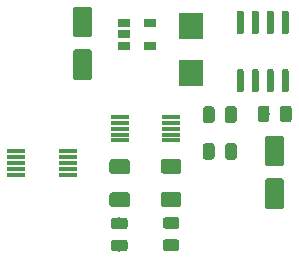
<source format=gbr>
G04 #@! TF.GenerationSoftware,KiCad,Pcbnew,(5.1.4-0-10_14)*
G04 #@! TF.CreationDate,2019-11-02T18:26:44-07:00*
G04 #@! TF.ProjectId,SoftButtonBoardMux555,536f6674-4275-4747-946f-6e426f617264,rev?*
G04 #@! TF.SameCoordinates,Original*
G04 #@! TF.FileFunction,Paste,Top*
G04 #@! TF.FilePolarity,Positive*
%FSLAX46Y46*%
G04 Gerber Fmt 4.6, Leading zero omitted, Abs format (unit mm)*
G04 Created by KiCad (PCBNEW (5.1.4-0-10_14)) date 2019-11-02 18:26:44*
%MOMM*%
%LPD*%
G04 APERTURE LIST*
%ADD10R,1.498600X0.330200*%
%ADD11C,0.100000*%
%ADD12C,0.975000*%
%ADD13C,1.600000*%
%ADD14C,0.600000*%
%ADD15R,2.098396X2.260397*%
%ADD16C,1.250000*%
%ADD17R,1.060000X0.650000*%
G04 APERTURE END LIST*
D10*
X92608400Y-53467000D03*
X92608400Y-53949600D03*
X92608400Y-54457600D03*
X92608400Y-54965600D03*
X92608400Y-55448200D03*
X88239600Y-55448200D03*
X88239600Y-54965600D03*
X88239600Y-54457600D03*
X88239600Y-53949600D03*
X88239600Y-53467000D03*
D11*
G36*
X102566142Y-52514174D02*
G01*
X102589803Y-52517684D01*
X102613007Y-52523496D01*
X102635529Y-52531554D01*
X102657153Y-52541782D01*
X102677670Y-52554079D01*
X102696883Y-52568329D01*
X102714607Y-52584393D01*
X102730671Y-52602117D01*
X102744921Y-52621330D01*
X102757218Y-52641847D01*
X102767446Y-52663471D01*
X102775504Y-52685993D01*
X102781316Y-52709197D01*
X102784826Y-52732858D01*
X102786000Y-52756750D01*
X102786000Y-53669250D01*
X102784826Y-53693142D01*
X102781316Y-53716803D01*
X102775504Y-53740007D01*
X102767446Y-53762529D01*
X102757218Y-53784153D01*
X102744921Y-53804670D01*
X102730671Y-53823883D01*
X102714607Y-53841607D01*
X102696883Y-53857671D01*
X102677670Y-53871921D01*
X102657153Y-53884218D01*
X102635529Y-53894446D01*
X102613007Y-53902504D01*
X102589803Y-53908316D01*
X102566142Y-53911826D01*
X102542250Y-53913000D01*
X102054750Y-53913000D01*
X102030858Y-53911826D01*
X102007197Y-53908316D01*
X101983993Y-53902504D01*
X101961471Y-53894446D01*
X101939847Y-53884218D01*
X101919330Y-53871921D01*
X101900117Y-53857671D01*
X101882393Y-53841607D01*
X101866329Y-53823883D01*
X101852079Y-53804670D01*
X101839782Y-53784153D01*
X101829554Y-53762529D01*
X101821496Y-53740007D01*
X101815684Y-53716803D01*
X101812174Y-53693142D01*
X101811000Y-53669250D01*
X101811000Y-52756750D01*
X101812174Y-52732858D01*
X101815684Y-52709197D01*
X101821496Y-52685993D01*
X101829554Y-52663471D01*
X101839782Y-52641847D01*
X101852079Y-52621330D01*
X101866329Y-52602117D01*
X101882393Y-52584393D01*
X101900117Y-52568329D01*
X101919330Y-52554079D01*
X101939847Y-52541782D01*
X101961471Y-52531554D01*
X101983993Y-52523496D01*
X102007197Y-52517684D01*
X102030858Y-52514174D01*
X102054750Y-52513000D01*
X102542250Y-52513000D01*
X102566142Y-52514174D01*
X102566142Y-52514174D01*
G37*
D12*
X102298500Y-53213000D03*
D11*
G36*
X100691142Y-52514174D02*
G01*
X100714803Y-52517684D01*
X100738007Y-52523496D01*
X100760529Y-52531554D01*
X100782153Y-52541782D01*
X100802670Y-52554079D01*
X100821883Y-52568329D01*
X100839607Y-52584393D01*
X100855671Y-52602117D01*
X100869921Y-52621330D01*
X100882218Y-52641847D01*
X100892446Y-52663471D01*
X100900504Y-52685993D01*
X100906316Y-52709197D01*
X100909826Y-52732858D01*
X100911000Y-52756750D01*
X100911000Y-53669250D01*
X100909826Y-53693142D01*
X100906316Y-53716803D01*
X100900504Y-53740007D01*
X100892446Y-53762529D01*
X100882218Y-53784153D01*
X100869921Y-53804670D01*
X100855671Y-53823883D01*
X100839607Y-53841607D01*
X100821883Y-53857671D01*
X100802670Y-53871921D01*
X100782153Y-53884218D01*
X100760529Y-53894446D01*
X100738007Y-53902504D01*
X100714803Y-53908316D01*
X100691142Y-53911826D01*
X100667250Y-53913000D01*
X100179750Y-53913000D01*
X100155858Y-53911826D01*
X100132197Y-53908316D01*
X100108993Y-53902504D01*
X100086471Y-53894446D01*
X100064847Y-53884218D01*
X100044330Y-53871921D01*
X100025117Y-53857671D01*
X100007393Y-53841607D01*
X99991329Y-53823883D01*
X99977079Y-53804670D01*
X99964782Y-53784153D01*
X99954554Y-53762529D01*
X99946496Y-53740007D01*
X99940684Y-53716803D01*
X99937174Y-53693142D01*
X99936000Y-53669250D01*
X99936000Y-52756750D01*
X99937174Y-52732858D01*
X99940684Y-52709197D01*
X99946496Y-52685993D01*
X99954554Y-52663471D01*
X99964782Y-52641847D01*
X99977079Y-52621330D01*
X99991329Y-52602117D01*
X100007393Y-52584393D01*
X100025117Y-52568329D01*
X100044330Y-52554079D01*
X100064847Y-52541782D01*
X100086471Y-52531554D01*
X100108993Y-52523496D01*
X100132197Y-52517684D01*
X100155858Y-52514174D01*
X100179750Y-52513000D01*
X100667250Y-52513000D01*
X100691142Y-52514174D01*
X100691142Y-52514174D01*
G37*
D12*
X100423500Y-53213000D03*
D11*
G36*
X96040642Y-52577674D02*
G01*
X96064303Y-52581184D01*
X96087507Y-52586996D01*
X96110029Y-52595054D01*
X96131653Y-52605282D01*
X96152170Y-52617579D01*
X96171383Y-52631829D01*
X96189107Y-52647893D01*
X96205171Y-52665617D01*
X96219421Y-52684830D01*
X96231718Y-52705347D01*
X96241946Y-52726971D01*
X96250004Y-52749493D01*
X96255816Y-52772697D01*
X96259326Y-52796358D01*
X96260500Y-52820250D01*
X96260500Y-53732750D01*
X96259326Y-53756642D01*
X96255816Y-53780303D01*
X96250004Y-53803507D01*
X96241946Y-53826029D01*
X96231718Y-53847653D01*
X96219421Y-53868170D01*
X96205171Y-53887383D01*
X96189107Y-53905107D01*
X96171383Y-53921171D01*
X96152170Y-53935421D01*
X96131653Y-53947718D01*
X96110029Y-53957946D01*
X96087507Y-53966004D01*
X96064303Y-53971816D01*
X96040642Y-53975326D01*
X96016750Y-53976500D01*
X95529250Y-53976500D01*
X95505358Y-53975326D01*
X95481697Y-53971816D01*
X95458493Y-53966004D01*
X95435971Y-53957946D01*
X95414347Y-53947718D01*
X95393830Y-53935421D01*
X95374617Y-53921171D01*
X95356893Y-53905107D01*
X95340829Y-53887383D01*
X95326579Y-53868170D01*
X95314282Y-53847653D01*
X95304054Y-53826029D01*
X95295996Y-53803507D01*
X95290184Y-53780303D01*
X95286674Y-53756642D01*
X95285500Y-53732750D01*
X95285500Y-52820250D01*
X95286674Y-52796358D01*
X95290184Y-52772697D01*
X95295996Y-52749493D01*
X95304054Y-52726971D01*
X95314282Y-52705347D01*
X95326579Y-52684830D01*
X95340829Y-52665617D01*
X95356893Y-52647893D01*
X95374617Y-52631829D01*
X95393830Y-52617579D01*
X95414347Y-52605282D01*
X95435971Y-52595054D01*
X95458493Y-52586996D01*
X95481697Y-52581184D01*
X95505358Y-52577674D01*
X95529250Y-52576500D01*
X96016750Y-52576500D01*
X96040642Y-52577674D01*
X96040642Y-52577674D01*
G37*
D12*
X95773000Y-53276500D03*
D11*
G36*
X97915642Y-52577674D02*
G01*
X97939303Y-52581184D01*
X97962507Y-52586996D01*
X97985029Y-52595054D01*
X98006653Y-52605282D01*
X98027170Y-52617579D01*
X98046383Y-52631829D01*
X98064107Y-52647893D01*
X98080171Y-52665617D01*
X98094421Y-52684830D01*
X98106718Y-52705347D01*
X98116946Y-52726971D01*
X98125004Y-52749493D01*
X98130816Y-52772697D01*
X98134326Y-52796358D01*
X98135500Y-52820250D01*
X98135500Y-53732750D01*
X98134326Y-53756642D01*
X98130816Y-53780303D01*
X98125004Y-53803507D01*
X98116946Y-53826029D01*
X98106718Y-53847653D01*
X98094421Y-53868170D01*
X98080171Y-53887383D01*
X98064107Y-53905107D01*
X98046383Y-53921171D01*
X98027170Y-53935421D01*
X98006653Y-53947718D01*
X97985029Y-53957946D01*
X97962507Y-53966004D01*
X97939303Y-53971816D01*
X97915642Y-53975326D01*
X97891750Y-53976500D01*
X97404250Y-53976500D01*
X97380358Y-53975326D01*
X97356697Y-53971816D01*
X97333493Y-53966004D01*
X97310971Y-53957946D01*
X97289347Y-53947718D01*
X97268830Y-53935421D01*
X97249617Y-53921171D01*
X97231893Y-53905107D01*
X97215829Y-53887383D01*
X97201579Y-53868170D01*
X97189282Y-53847653D01*
X97179054Y-53826029D01*
X97170996Y-53803507D01*
X97165184Y-53780303D01*
X97161674Y-53756642D01*
X97160500Y-53732750D01*
X97160500Y-52820250D01*
X97161674Y-52796358D01*
X97165184Y-52772697D01*
X97170996Y-52749493D01*
X97179054Y-52726971D01*
X97189282Y-52705347D01*
X97201579Y-52684830D01*
X97215829Y-52665617D01*
X97231893Y-52647893D01*
X97249617Y-52631829D01*
X97268830Y-52617579D01*
X97289347Y-52605282D01*
X97310971Y-52595054D01*
X97333493Y-52586996D01*
X97356697Y-52581184D01*
X97380358Y-52577674D01*
X97404250Y-52576500D01*
X97891750Y-52576500D01*
X97915642Y-52577674D01*
X97915642Y-52577674D01*
G37*
D12*
X97648000Y-53276500D03*
D11*
G36*
X101920504Y-58667204D02*
G01*
X101944773Y-58670804D01*
X101968571Y-58676765D01*
X101991671Y-58685030D01*
X102013849Y-58695520D01*
X102034893Y-58708133D01*
X102054598Y-58722747D01*
X102072777Y-58739223D01*
X102089253Y-58757402D01*
X102103867Y-58777107D01*
X102116480Y-58798151D01*
X102126970Y-58820329D01*
X102135235Y-58843429D01*
X102141196Y-58867227D01*
X102144796Y-58891496D01*
X102146000Y-58916000D01*
X102146000Y-61016000D01*
X102144796Y-61040504D01*
X102141196Y-61064773D01*
X102135235Y-61088571D01*
X102126970Y-61111671D01*
X102116480Y-61133849D01*
X102103867Y-61154893D01*
X102089253Y-61174598D01*
X102072777Y-61192777D01*
X102054598Y-61209253D01*
X102034893Y-61223867D01*
X102013849Y-61236480D01*
X101991671Y-61246970D01*
X101968571Y-61255235D01*
X101944773Y-61261196D01*
X101920504Y-61264796D01*
X101896000Y-61266000D01*
X100796000Y-61266000D01*
X100771496Y-61264796D01*
X100747227Y-61261196D01*
X100723429Y-61255235D01*
X100700329Y-61246970D01*
X100678151Y-61236480D01*
X100657107Y-61223867D01*
X100637402Y-61209253D01*
X100619223Y-61192777D01*
X100602747Y-61174598D01*
X100588133Y-61154893D01*
X100575520Y-61133849D01*
X100565030Y-61111671D01*
X100556765Y-61088571D01*
X100550804Y-61064773D01*
X100547204Y-61040504D01*
X100546000Y-61016000D01*
X100546000Y-58916000D01*
X100547204Y-58891496D01*
X100550804Y-58867227D01*
X100556765Y-58843429D01*
X100565030Y-58820329D01*
X100575520Y-58798151D01*
X100588133Y-58777107D01*
X100602747Y-58757402D01*
X100619223Y-58739223D01*
X100637402Y-58722747D01*
X100657107Y-58708133D01*
X100678151Y-58695520D01*
X100700329Y-58685030D01*
X100723429Y-58676765D01*
X100747227Y-58670804D01*
X100771496Y-58667204D01*
X100796000Y-58666000D01*
X101896000Y-58666000D01*
X101920504Y-58667204D01*
X101920504Y-58667204D01*
G37*
D13*
X101346000Y-59966000D03*
D11*
G36*
X101920504Y-55067204D02*
G01*
X101944773Y-55070804D01*
X101968571Y-55076765D01*
X101991671Y-55085030D01*
X102013849Y-55095520D01*
X102034893Y-55108133D01*
X102054598Y-55122747D01*
X102072777Y-55139223D01*
X102089253Y-55157402D01*
X102103867Y-55177107D01*
X102116480Y-55198151D01*
X102126970Y-55220329D01*
X102135235Y-55243429D01*
X102141196Y-55267227D01*
X102144796Y-55291496D01*
X102146000Y-55316000D01*
X102146000Y-57416000D01*
X102144796Y-57440504D01*
X102141196Y-57464773D01*
X102135235Y-57488571D01*
X102126970Y-57511671D01*
X102116480Y-57533849D01*
X102103867Y-57554893D01*
X102089253Y-57574598D01*
X102072777Y-57592777D01*
X102054598Y-57609253D01*
X102034893Y-57623867D01*
X102013849Y-57636480D01*
X101991671Y-57646970D01*
X101968571Y-57655235D01*
X101944773Y-57661196D01*
X101920504Y-57664796D01*
X101896000Y-57666000D01*
X100796000Y-57666000D01*
X100771496Y-57664796D01*
X100747227Y-57661196D01*
X100723429Y-57655235D01*
X100700329Y-57646970D01*
X100678151Y-57636480D01*
X100657107Y-57623867D01*
X100637402Y-57609253D01*
X100619223Y-57592777D01*
X100602747Y-57574598D01*
X100588133Y-57554893D01*
X100575520Y-57533849D01*
X100565030Y-57511671D01*
X100556765Y-57488571D01*
X100550804Y-57464773D01*
X100547204Y-57440504D01*
X100546000Y-57416000D01*
X100546000Y-55316000D01*
X100547204Y-55291496D01*
X100550804Y-55267227D01*
X100556765Y-55243429D01*
X100565030Y-55220329D01*
X100575520Y-55198151D01*
X100588133Y-55177107D01*
X100602747Y-55157402D01*
X100619223Y-55139223D01*
X100637402Y-55122747D01*
X100657107Y-55108133D01*
X100678151Y-55095520D01*
X100700329Y-55085030D01*
X100723429Y-55076765D01*
X100747227Y-55070804D01*
X100771496Y-55067204D01*
X100796000Y-55066000D01*
X101896000Y-55066000D01*
X101920504Y-55067204D01*
X101920504Y-55067204D01*
G37*
D13*
X101346000Y-56366000D03*
D11*
G36*
X98589703Y-44493222D02*
G01*
X98604264Y-44495382D01*
X98618543Y-44498959D01*
X98632403Y-44503918D01*
X98645710Y-44510212D01*
X98658336Y-44517780D01*
X98670159Y-44526548D01*
X98681066Y-44536434D01*
X98690952Y-44547341D01*
X98699720Y-44559164D01*
X98707288Y-44571790D01*
X98713582Y-44585097D01*
X98718541Y-44598957D01*
X98722118Y-44613236D01*
X98724278Y-44627797D01*
X98725000Y-44642500D01*
X98725000Y-46292500D01*
X98724278Y-46307203D01*
X98722118Y-46321764D01*
X98718541Y-46336043D01*
X98713582Y-46349903D01*
X98707288Y-46363210D01*
X98699720Y-46375836D01*
X98690952Y-46387659D01*
X98681066Y-46398566D01*
X98670159Y-46408452D01*
X98658336Y-46417220D01*
X98645710Y-46424788D01*
X98632403Y-46431082D01*
X98618543Y-46436041D01*
X98604264Y-46439618D01*
X98589703Y-46441778D01*
X98575000Y-46442500D01*
X98275000Y-46442500D01*
X98260297Y-46441778D01*
X98245736Y-46439618D01*
X98231457Y-46436041D01*
X98217597Y-46431082D01*
X98204290Y-46424788D01*
X98191664Y-46417220D01*
X98179841Y-46408452D01*
X98168934Y-46398566D01*
X98159048Y-46387659D01*
X98150280Y-46375836D01*
X98142712Y-46363210D01*
X98136418Y-46349903D01*
X98131459Y-46336043D01*
X98127882Y-46321764D01*
X98125722Y-46307203D01*
X98125000Y-46292500D01*
X98125000Y-44642500D01*
X98125722Y-44627797D01*
X98127882Y-44613236D01*
X98131459Y-44598957D01*
X98136418Y-44585097D01*
X98142712Y-44571790D01*
X98150280Y-44559164D01*
X98159048Y-44547341D01*
X98168934Y-44536434D01*
X98179841Y-44526548D01*
X98191664Y-44517780D01*
X98204290Y-44510212D01*
X98217597Y-44503918D01*
X98231457Y-44498959D01*
X98245736Y-44495382D01*
X98260297Y-44493222D01*
X98275000Y-44492500D01*
X98575000Y-44492500D01*
X98589703Y-44493222D01*
X98589703Y-44493222D01*
G37*
D14*
X98425000Y-45467500D03*
D11*
G36*
X99859703Y-44493222D02*
G01*
X99874264Y-44495382D01*
X99888543Y-44498959D01*
X99902403Y-44503918D01*
X99915710Y-44510212D01*
X99928336Y-44517780D01*
X99940159Y-44526548D01*
X99951066Y-44536434D01*
X99960952Y-44547341D01*
X99969720Y-44559164D01*
X99977288Y-44571790D01*
X99983582Y-44585097D01*
X99988541Y-44598957D01*
X99992118Y-44613236D01*
X99994278Y-44627797D01*
X99995000Y-44642500D01*
X99995000Y-46292500D01*
X99994278Y-46307203D01*
X99992118Y-46321764D01*
X99988541Y-46336043D01*
X99983582Y-46349903D01*
X99977288Y-46363210D01*
X99969720Y-46375836D01*
X99960952Y-46387659D01*
X99951066Y-46398566D01*
X99940159Y-46408452D01*
X99928336Y-46417220D01*
X99915710Y-46424788D01*
X99902403Y-46431082D01*
X99888543Y-46436041D01*
X99874264Y-46439618D01*
X99859703Y-46441778D01*
X99845000Y-46442500D01*
X99545000Y-46442500D01*
X99530297Y-46441778D01*
X99515736Y-46439618D01*
X99501457Y-46436041D01*
X99487597Y-46431082D01*
X99474290Y-46424788D01*
X99461664Y-46417220D01*
X99449841Y-46408452D01*
X99438934Y-46398566D01*
X99429048Y-46387659D01*
X99420280Y-46375836D01*
X99412712Y-46363210D01*
X99406418Y-46349903D01*
X99401459Y-46336043D01*
X99397882Y-46321764D01*
X99395722Y-46307203D01*
X99395000Y-46292500D01*
X99395000Y-44642500D01*
X99395722Y-44627797D01*
X99397882Y-44613236D01*
X99401459Y-44598957D01*
X99406418Y-44585097D01*
X99412712Y-44571790D01*
X99420280Y-44559164D01*
X99429048Y-44547341D01*
X99438934Y-44536434D01*
X99449841Y-44526548D01*
X99461664Y-44517780D01*
X99474290Y-44510212D01*
X99487597Y-44503918D01*
X99501457Y-44498959D01*
X99515736Y-44495382D01*
X99530297Y-44493222D01*
X99545000Y-44492500D01*
X99845000Y-44492500D01*
X99859703Y-44493222D01*
X99859703Y-44493222D01*
G37*
D14*
X99695000Y-45467500D03*
D11*
G36*
X101129703Y-44493222D02*
G01*
X101144264Y-44495382D01*
X101158543Y-44498959D01*
X101172403Y-44503918D01*
X101185710Y-44510212D01*
X101198336Y-44517780D01*
X101210159Y-44526548D01*
X101221066Y-44536434D01*
X101230952Y-44547341D01*
X101239720Y-44559164D01*
X101247288Y-44571790D01*
X101253582Y-44585097D01*
X101258541Y-44598957D01*
X101262118Y-44613236D01*
X101264278Y-44627797D01*
X101265000Y-44642500D01*
X101265000Y-46292500D01*
X101264278Y-46307203D01*
X101262118Y-46321764D01*
X101258541Y-46336043D01*
X101253582Y-46349903D01*
X101247288Y-46363210D01*
X101239720Y-46375836D01*
X101230952Y-46387659D01*
X101221066Y-46398566D01*
X101210159Y-46408452D01*
X101198336Y-46417220D01*
X101185710Y-46424788D01*
X101172403Y-46431082D01*
X101158543Y-46436041D01*
X101144264Y-46439618D01*
X101129703Y-46441778D01*
X101115000Y-46442500D01*
X100815000Y-46442500D01*
X100800297Y-46441778D01*
X100785736Y-46439618D01*
X100771457Y-46436041D01*
X100757597Y-46431082D01*
X100744290Y-46424788D01*
X100731664Y-46417220D01*
X100719841Y-46408452D01*
X100708934Y-46398566D01*
X100699048Y-46387659D01*
X100690280Y-46375836D01*
X100682712Y-46363210D01*
X100676418Y-46349903D01*
X100671459Y-46336043D01*
X100667882Y-46321764D01*
X100665722Y-46307203D01*
X100665000Y-46292500D01*
X100665000Y-44642500D01*
X100665722Y-44627797D01*
X100667882Y-44613236D01*
X100671459Y-44598957D01*
X100676418Y-44585097D01*
X100682712Y-44571790D01*
X100690280Y-44559164D01*
X100699048Y-44547341D01*
X100708934Y-44536434D01*
X100719841Y-44526548D01*
X100731664Y-44517780D01*
X100744290Y-44510212D01*
X100757597Y-44503918D01*
X100771457Y-44498959D01*
X100785736Y-44495382D01*
X100800297Y-44493222D01*
X100815000Y-44492500D01*
X101115000Y-44492500D01*
X101129703Y-44493222D01*
X101129703Y-44493222D01*
G37*
D14*
X100965000Y-45467500D03*
D11*
G36*
X102399703Y-44493222D02*
G01*
X102414264Y-44495382D01*
X102428543Y-44498959D01*
X102442403Y-44503918D01*
X102455710Y-44510212D01*
X102468336Y-44517780D01*
X102480159Y-44526548D01*
X102491066Y-44536434D01*
X102500952Y-44547341D01*
X102509720Y-44559164D01*
X102517288Y-44571790D01*
X102523582Y-44585097D01*
X102528541Y-44598957D01*
X102532118Y-44613236D01*
X102534278Y-44627797D01*
X102535000Y-44642500D01*
X102535000Y-46292500D01*
X102534278Y-46307203D01*
X102532118Y-46321764D01*
X102528541Y-46336043D01*
X102523582Y-46349903D01*
X102517288Y-46363210D01*
X102509720Y-46375836D01*
X102500952Y-46387659D01*
X102491066Y-46398566D01*
X102480159Y-46408452D01*
X102468336Y-46417220D01*
X102455710Y-46424788D01*
X102442403Y-46431082D01*
X102428543Y-46436041D01*
X102414264Y-46439618D01*
X102399703Y-46441778D01*
X102385000Y-46442500D01*
X102085000Y-46442500D01*
X102070297Y-46441778D01*
X102055736Y-46439618D01*
X102041457Y-46436041D01*
X102027597Y-46431082D01*
X102014290Y-46424788D01*
X102001664Y-46417220D01*
X101989841Y-46408452D01*
X101978934Y-46398566D01*
X101969048Y-46387659D01*
X101960280Y-46375836D01*
X101952712Y-46363210D01*
X101946418Y-46349903D01*
X101941459Y-46336043D01*
X101937882Y-46321764D01*
X101935722Y-46307203D01*
X101935000Y-46292500D01*
X101935000Y-44642500D01*
X101935722Y-44627797D01*
X101937882Y-44613236D01*
X101941459Y-44598957D01*
X101946418Y-44585097D01*
X101952712Y-44571790D01*
X101960280Y-44559164D01*
X101969048Y-44547341D01*
X101978934Y-44536434D01*
X101989841Y-44526548D01*
X102001664Y-44517780D01*
X102014290Y-44510212D01*
X102027597Y-44503918D01*
X102041457Y-44498959D01*
X102055736Y-44495382D01*
X102070297Y-44493222D01*
X102085000Y-44492500D01*
X102385000Y-44492500D01*
X102399703Y-44493222D01*
X102399703Y-44493222D01*
G37*
D14*
X102235000Y-45467500D03*
D11*
G36*
X102399703Y-49443222D02*
G01*
X102414264Y-49445382D01*
X102428543Y-49448959D01*
X102442403Y-49453918D01*
X102455710Y-49460212D01*
X102468336Y-49467780D01*
X102480159Y-49476548D01*
X102491066Y-49486434D01*
X102500952Y-49497341D01*
X102509720Y-49509164D01*
X102517288Y-49521790D01*
X102523582Y-49535097D01*
X102528541Y-49548957D01*
X102532118Y-49563236D01*
X102534278Y-49577797D01*
X102535000Y-49592500D01*
X102535000Y-51242500D01*
X102534278Y-51257203D01*
X102532118Y-51271764D01*
X102528541Y-51286043D01*
X102523582Y-51299903D01*
X102517288Y-51313210D01*
X102509720Y-51325836D01*
X102500952Y-51337659D01*
X102491066Y-51348566D01*
X102480159Y-51358452D01*
X102468336Y-51367220D01*
X102455710Y-51374788D01*
X102442403Y-51381082D01*
X102428543Y-51386041D01*
X102414264Y-51389618D01*
X102399703Y-51391778D01*
X102385000Y-51392500D01*
X102085000Y-51392500D01*
X102070297Y-51391778D01*
X102055736Y-51389618D01*
X102041457Y-51386041D01*
X102027597Y-51381082D01*
X102014290Y-51374788D01*
X102001664Y-51367220D01*
X101989841Y-51358452D01*
X101978934Y-51348566D01*
X101969048Y-51337659D01*
X101960280Y-51325836D01*
X101952712Y-51313210D01*
X101946418Y-51299903D01*
X101941459Y-51286043D01*
X101937882Y-51271764D01*
X101935722Y-51257203D01*
X101935000Y-51242500D01*
X101935000Y-49592500D01*
X101935722Y-49577797D01*
X101937882Y-49563236D01*
X101941459Y-49548957D01*
X101946418Y-49535097D01*
X101952712Y-49521790D01*
X101960280Y-49509164D01*
X101969048Y-49497341D01*
X101978934Y-49486434D01*
X101989841Y-49476548D01*
X102001664Y-49467780D01*
X102014290Y-49460212D01*
X102027597Y-49453918D01*
X102041457Y-49448959D01*
X102055736Y-49445382D01*
X102070297Y-49443222D01*
X102085000Y-49442500D01*
X102385000Y-49442500D01*
X102399703Y-49443222D01*
X102399703Y-49443222D01*
G37*
D14*
X102235000Y-50417500D03*
D11*
G36*
X101129703Y-49443222D02*
G01*
X101144264Y-49445382D01*
X101158543Y-49448959D01*
X101172403Y-49453918D01*
X101185710Y-49460212D01*
X101198336Y-49467780D01*
X101210159Y-49476548D01*
X101221066Y-49486434D01*
X101230952Y-49497341D01*
X101239720Y-49509164D01*
X101247288Y-49521790D01*
X101253582Y-49535097D01*
X101258541Y-49548957D01*
X101262118Y-49563236D01*
X101264278Y-49577797D01*
X101265000Y-49592500D01*
X101265000Y-51242500D01*
X101264278Y-51257203D01*
X101262118Y-51271764D01*
X101258541Y-51286043D01*
X101253582Y-51299903D01*
X101247288Y-51313210D01*
X101239720Y-51325836D01*
X101230952Y-51337659D01*
X101221066Y-51348566D01*
X101210159Y-51358452D01*
X101198336Y-51367220D01*
X101185710Y-51374788D01*
X101172403Y-51381082D01*
X101158543Y-51386041D01*
X101144264Y-51389618D01*
X101129703Y-51391778D01*
X101115000Y-51392500D01*
X100815000Y-51392500D01*
X100800297Y-51391778D01*
X100785736Y-51389618D01*
X100771457Y-51386041D01*
X100757597Y-51381082D01*
X100744290Y-51374788D01*
X100731664Y-51367220D01*
X100719841Y-51358452D01*
X100708934Y-51348566D01*
X100699048Y-51337659D01*
X100690280Y-51325836D01*
X100682712Y-51313210D01*
X100676418Y-51299903D01*
X100671459Y-51286043D01*
X100667882Y-51271764D01*
X100665722Y-51257203D01*
X100665000Y-51242500D01*
X100665000Y-49592500D01*
X100665722Y-49577797D01*
X100667882Y-49563236D01*
X100671459Y-49548957D01*
X100676418Y-49535097D01*
X100682712Y-49521790D01*
X100690280Y-49509164D01*
X100699048Y-49497341D01*
X100708934Y-49486434D01*
X100719841Y-49476548D01*
X100731664Y-49467780D01*
X100744290Y-49460212D01*
X100757597Y-49453918D01*
X100771457Y-49448959D01*
X100785736Y-49445382D01*
X100800297Y-49443222D01*
X100815000Y-49442500D01*
X101115000Y-49442500D01*
X101129703Y-49443222D01*
X101129703Y-49443222D01*
G37*
D14*
X100965000Y-50417500D03*
D11*
G36*
X99859703Y-49443222D02*
G01*
X99874264Y-49445382D01*
X99888543Y-49448959D01*
X99902403Y-49453918D01*
X99915710Y-49460212D01*
X99928336Y-49467780D01*
X99940159Y-49476548D01*
X99951066Y-49486434D01*
X99960952Y-49497341D01*
X99969720Y-49509164D01*
X99977288Y-49521790D01*
X99983582Y-49535097D01*
X99988541Y-49548957D01*
X99992118Y-49563236D01*
X99994278Y-49577797D01*
X99995000Y-49592500D01*
X99995000Y-51242500D01*
X99994278Y-51257203D01*
X99992118Y-51271764D01*
X99988541Y-51286043D01*
X99983582Y-51299903D01*
X99977288Y-51313210D01*
X99969720Y-51325836D01*
X99960952Y-51337659D01*
X99951066Y-51348566D01*
X99940159Y-51358452D01*
X99928336Y-51367220D01*
X99915710Y-51374788D01*
X99902403Y-51381082D01*
X99888543Y-51386041D01*
X99874264Y-51389618D01*
X99859703Y-51391778D01*
X99845000Y-51392500D01*
X99545000Y-51392500D01*
X99530297Y-51391778D01*
X99515736Y-51389618D01*
X99501457Y-51386041D01*
X99487597Y-51381082D01*
X99474290Y-51374788D01*
X99461664Y-51367220D01*
X99449841Y-51358452D01*
X99438934Y-51348566D01*
X99429048Y-51337659D01*
X99420280Y-51325836D01*
X99412712Y-51313210D01*
X99406418Y-51299903D01*
X99401459Y-51286043D01*
X99397882Y-51271764D01*
X99395722Y-51257203D01*
X99395000Y-51242500D01*
X99395000Y-49592500D01*
X99395722Y-49577797D01*
X99397882Y-49563236D01*
X99401459Y-49548957D01*
X99406418Y-49535097D01*
X99412712Y-49521790D01*
X99420280Y-49509164D01*
X99429048Y-49497341D01*
X99438934Y-49486434D01*
X99449841Y-49476548D01*
X99461664Y-49467780D01*
X99474290Y-49460212D01*
X99487597Y-49453918D01*
X99501457Y-49448959D01*
X99515736Y-49445382D01*
X99530297Y-49443222D01*
X99545000Y-49442500D01*
X99845000Y-49442500D01*
X99859703Y-49443222D01*
X99859703Y-49443222D01*
G37*
D14*
X99695000Y-50417500D03*
D11*
G36*
X98589703Y-49443222D02*
G01*
X98604264Y-49445382D01*
X98618543Y-49448959D01*
X98632403Y-49453918D01*
X98645710Y-49460212D01*
X98658336Y-49467780D01*
X98670159Y-49476548D01*
X98681066Y-49486434D01*
X98690952Y-49497341D01*
X98699720Y-49509164D01*
X98707288Y-49521790D01*
X98713582Y-49535097D01*
X98718541Y-49548957D01*
X98722118Y-49563236D01*
X98724278Y-49577797D01*
X98725000Y-49592500D01*
X98725000Y-51242500D01*
X98724278Y-51257203D01*
X98722118Y-51271764D01*
X98718541Y-51286043D01*
X98713582Y-51299903D01*
X98707288Y-51313210D01*
X98699720Y-51325836D01*
X98690952Y-51337659D01*
X98681066Y-51348566D01*
X98670159Y-51358452D01*
X98658336Y-51367220D01*
X98645710Y-51374788D01*
X98632403Y-51381082D01*
X98618543Y-51386041D01*
X98604264Y-51389618D01*
X98589703Y-51391778D01*
X98575000Y-51392500D01*
X98275000Y-51392500D01*
X98260297Y-51391778D01*
X98245736Y-51389618D01*
X98231457Y-51386041D01*
X98217597Y-51381082D01*
X98204290Y-51374788D01*
X98191664Y-51367220D01*
X98179841Y-51358452D01*
X98168934Y-51348566D01*
X98159048Y-51337659D01*
X98150280Y-51325836D01*
X98142712Y-51313210D01*
X98136418Y-51299903D01*
X98131459Y-51286043D01*
X98127882Y-51271764D01*
X98125722Y-51257203D01*
X98125000Y-51242500D01*
X98125000Y-49592500D01*
X98125722Y-49577797D01*
X98127882Y-49563236D01*
X98131459Y-49548957D01*
X98136418Y-49535097D01*
X98142712Y-49521790D01*
X98150280Y-49509164D01*
X98159048Y-49497341D01*
X98168934Y-49486434D01*
X98179841Y-49476548D01*
X98191664Y-49467780D01*
X98204290Y-49460212D01*
X98217597Y-49453918D01*
X98231457Y-49448959D01*
X98245736Y-49445382D01*
X98260297Y-49443222D01*
X98275000Y-49442500D01*
X98575000Y-49442500D01*
X98589703Y-49443222D01*
X98589703Y-49443222D01*
G37*
D14*
X98425000Y-50417500D03*
D15*
X94297500Y-49784000D03*
X94297500Y-45739608D03*
D11*
G36*
X93232504Y-59831204D02*
G01*
X93256773Y-59834804D01*
X93280571Y-59840765D01*
X93303671Y-59849030D01*
X93325849Y-59859520D01*
X93346893Y-59872133D01*
X93366598Y-59886747D01*
X93384777Y-59903223D01*
X93401253Y-59921402D01*
X93415867Y-59941107D01*
X93428480Y-59962151D01*
X93438970Y-59984329D01*
X93447235Y-60007429D01*
X93453196Y-60031227D01*
X93456796Y-60055496D01*
X93458000Y-60080000D01*
X93458000Y-60830000D01*
X93456796Y-60854504D01*
X93453196Y-60878773D01*
X93447235Y-60902571D01*
X93438970Y-60925671D01*
X93428480Y-60947849D01*
X93415867Y-60968893D01*
X93401253Y-60988598D01*
X93384777Y-61006777D01*
X93366598Y-61023253D01*
X93346893Y-61037867D01*
X93325849Y-61050480D01*
X93303671Y-61060970D01*
X93280571Y-61069235D01*
X93256773Y-61075196D01*
X93232504Y-61078796D01*
X93208000Y-61080000D01*
X91958000Y-61080000D01*
X91933496Y-61078796D01*
X91909227Y-61075196D01*
X91885429Y-61069235D01*
X91862329Y-61060970D01*
X91840151Y-61050480D01*
X91819107Y-61037867D01*
X91799402Y-61023253D01*
X91781223Y-61006777D01*
X91764747Y-60988598D01*
X91750133Y-60968893D01*
X91737520Y-60947849D01*
X91727030Y-60925671D01*
X91718765Y-60902571D01*
X91712804Y-60878773D01*
X91709204Y-60854504D01*
X91708000Y-60830000D01*
X91708000Y-60080000D01*
X91709204Y-60055496D01*
X91712804Y-60031227D01*
X91718765Y-60007429D01*
X91727030Y-59984329D01*
X91737520Y-59962151D01*
X91750133Y-59941107D01*
X91764747Y-59921402D01*
X91781223Y-59903223D01*
X91799402Y-59886747D01*
X91819107Y-59872133D01*
X91840151Y-59859520D01*
X91862329Y-59849030D01*
X91885429Y-59840765D01*
X91909227Y-59834804D01*
X91933496Y-59831204D01*
X91958000Y-59830000D01*
X93208000Y-59830000D01*
X93232504Y-59831204D01*
X93232504Y-59831204D01*
G37*
D16*
X92583000Y-60455000D03*
D11*
G36*
X93232504Y-57031204D02*
G01*
X93256773Y-57034804D01*
X93280571Y-57040765D01*
X93303671Y-57049030D01*
X93325849Y-57059520D01*
X93346893Y-57072133D01*
X93366598Y-57086747D01*
X93384777Y-57103223D01*
X93401253Y-57121402D01*
X93415867Y-57141107D01*
X93428480Y-57162151D01*
X93438970Y-57184329D01*
X93447235Y-57207429D01*
X93453196Y-57231227D01*
X93456796Y-57255496D01*
X93458000Y-57280000D01*
X93458000Y-58030000D01*
X93456796Y-58054504D01*
X93453196Y-58078773D01*
X93447235Y-58102571D01*
X93438970Y-58125671D01*
X93428480Y-58147849D01*
X93415867Y-58168893D01*
X93401253Y-58188598D01*
X93384777Y-58206777D01*
X93366598Y-58223253D01*
X93346893Y-58237867D01*
X93325849Y-58250480D01*
X93303671Y-58260970D01*
X93280571Y-58269235D01*
X93256773Y-58275196D01*
X93232504Y-58278796D01*
X93208000Y-58280000D01*
X91958000Y-58280000D01*
X91933496Y-58278796D01*
X91909227Y-58275196D01*
X91885429Y-58269235D01*
X91862329Y-58260970D01*
X91840151Y-58250480D01*
X91819107Y-58237867D01*
X91799402Y-58223253D01*
X91781223Y-58206777D01*
X91764747Y-58188598D01*
X91750133Y-58168893D01*
X91737520Y-58147849D01*
X91727030Y-58125671D01*
X91718765Y-58102571D01*
X91712804Y-58078773D01*
X91709204Y-58054504D01*
X91708000Y-58030000D01*
X91708000Y-57280000D01*
X91709204Y-57255496D01*
X91712804Y-57231227D01*
X91718765Y-57207429D01*
X91727030Y-57184329D01*
X91737520Y-57162151D01*
X91750133Y-57141107D01*
X91764747Y-57121402D01*
X91781223Y-57103223D01*
X91799402Y-57086747D01*
X91819107Y-57072133D01*
X91840151Y-57059520D01*
X91862329Y-57049030D01*
X91885429Y-57040765D01*
X91909227Y-57034804D01*
X91933496Y-57031204D01*
X91958000Y-57030000D01*
X93208000Y-57030000D01*
X93232504Y-57031204D01*
X93232504Y-57031204D01*
G37*
D16*
X92583000Y-57655000D03*
D11*
G36*
X88889104Y-59856604D02*
G01*
X88913373Y-59860204D01*
X88937171Y-59866165D01*
X88960271Y-59874430D01*
X88982449Y-59884920D01*
X89003493Y-59897533D01*
X89023198Y-59912147D01*
X89041377Y-59928623D01*
X89057853Y-59946802D01*
X89072467Y-59966507D01*
X89085080Y-59987551D01*
X89095570Y-60009729D01*
X89103835Y-60032829D01*
X89109796Y-60056627D01*
X89113396Y-60080896D01*
X89114600Y-60105400D01*
X89114600Y-60855400D01*
X89113396Y-60879904D01*
X89109796Y-60904173D01*
X89103835Y-60927971D01*
X89095570Y-60951071D01*
X89085080Y-60973249D01*
X89072467Y-60994293D01*
X89057853Y-61013998D01*
X89041377Y-61032177D01*
X89023198Y-61048653D01*
X89003493Y-61063267D01*
X88982449Y-61075880D01*
X88960271Y-61086370D01*
X88937171Y-61094635D01*
X88913373Y-61100596D01*
X88889104Y-61104196D01*
X88864600Y-61105400D01*
X87614600Y-61105400D01*
X87590096Y-61104196D01*
X87565827Y-61100596D01*
X87542029Y-61094635D01*
X87518929Y-61086370D01*
X87496751Y-61075880D01*
X87475707Y-61063267D01*
X87456002Y-61048653D01*
X87437823Y-61032177D01*
X87421347Y-61013998D01*
X87406733Y-60994293D01*
X87394120Y-60973249D01*
X87383630Y-60951071D01*
X87375365Y-60927971D01*
X87369404Y-60904173D01*
X87365804Y-60879904D01*
X87364600Y-60855400D01*
X87364600Y-60105400D01*
X87365804Y-60080896D01*
X87369404Y-60056627D01*
X87375365Y-60032829D01*
X87383630Y-60009729D01*
X87394120Y-59987551D01*
X87406733Y-59966507D01*
X87421347Y-59946802D01*
X87437823Y-59928623D01*
X87456002Y-59912147D01*
X87475707Y-59897533D01*
X87496751Y-59884920D01*
X87518929Y-59874430D01*
X87542029Y-59866165D01*
X87565827Y-59860204D01*
X87590096Y-59856604D01*
X87614600Y-59855400D01*
X88864600Y-59855400D01*
X88889104Y-59856604D01*
X88889104Y-59856604D01*
G37*
D16*
X88239600Y-60480400D03*
D11*
G36*
X88889104Y-57056604D02*
G01*
X88913373Y-57060204D01*
X88937171Y-57066165D01*
X88960271Y-57074430D01*
X88982449Y-57084920D01*
X89003493Y-57097533D01*
X89023198Y-57112147D01*
X89041377Y-57128623D01*
X89057853Y-57146802D01*
X89072467Y-57166507D01*
X89085080Y-57187551D01*
X89095570Y-57209729D01*
X89103835Y-57232829D01*
X89109796Y-57256627D01*
X89113396Y-57280896D01*
X89114600Y-57305400D01*
X89114600Y-58055400D01*
X89113396Y-58079904D01*
X89109796Y-58104173D01*
X89103835Y-58127971D01*
X89095570Y-58151071D01*
X89085080Y-58173249D01*
X89072467Y-58194293D01*
X89057853Y-58213998D01*
X89041377Y-58232177D01*
X89023198Y-58248653D01*
X89003493Y-58263267D01*
X88982449Y-58275880D01*
X88960271Y-58286370D01*
X88937171Y-58294635D01*
X88913373Y-58300596D01*
X88889104Y-58304196D01*
X88864600Y-58305400D01*
X87614600Y-58305400D01*
X87590096Y-58304196D01*
X87565827Y-58300596D01*
X87542029Y-58294635D01*
X87518929Y-58286370D01*
X87496751Y-58275880D01*
X87475707Y-58263267D01*
X87456002Y-58248653D01*
X87437823Y-58232177D01*
X87421347Y-58213998D01*
X87406733Y-58194293D01*
X87394120Y-58173249D01*
X87383630Y-58151071D01*
X87375365Y-58127971D01*
X87369404Y-58104173D01*
X87365804Y-58079904D01*
X87364600Y-58055400D01*
X87364600Y-57305400D01*
X87365804Y-57280896D01*
X87369404Y-57256627D01*
X87375365Y-57232829D01*
X87383630Y-57209729D01*
X87394120Y-57187551D01*
X87406733Y-57166507D01*
X87421347Y-57146802D01*
X87437823Y-57128623D01*
X87456002Y-57112147D01*
X87475707Y-57097533D01*
X87496751Y-57084920D01*
X87518929Y-57074430D01*
X87542029Y-57066165D01*
X87565827Y-57060204D01*
X87590096Y-57056604D01*
X87614600Y-57055400D01*
X88864600Y-57055400D01*
X88889104Y-57056604D01*
X88889104Y-57056604D01*
G37*
D16*
X88239600Y-57680400D03*
D11*
G36*
X93063142Y-63839174D02*
G01*
X93086803Y-63842684D01*
X93110007Y-63848496D01*
X93132529Y-63856554D01*
X93154153Y-63866782D01*
X93174670Y-63879079D01*
X93193883Y-63893329D01*
X93211607Y-63909393D01*
X93227671Y-63927117D01*
X93241921Y-63946330D01*
X93254218Y-63966847D01*
X93264446Y-63988471D01*
X93272504Y-64010993D01*
X93278316Y-64034197D01*
X93281826Y-64057858D01*
X93283000Y-64081750D01*
X93283000Y-64569250D01*
X93281826Y-64593142D01*
X93278316Y-64616803D01*
X93272504Y-64640007D01*
X93264446Y-64662529D01*
X93254218Y-64684153D01*
X93241921Y-64704670D01*
X93227671Y-64723883D01*
X93211607Y-64741607D01*
X93193883Y-64757671D01*
X93174670Y-64771921D01*
X93154153Y-64784218D01*
X93132529Y-64794446D01*
X93110007Y-64802504D01*
X93086803Y-64808316D01*
X93063142Y-64811826D01*
X93039250Y-64813000D01*
X92126750Y-64813000D01*
X92102858Y-64811826D01*
X92079197Y-64808316D01*
X92055993Y-64802504D01*
X92033471Y-64794446D01*
X92011847Y-64784218D01*
X91991330Y-64771921D01*
X91972117Y-64757671D01*
X91954393Y-64741607D01*
X91938329Y-64723883D01*
X91924079Y-64704670D01*
X91911782Y-64684153D01*
X91901554Y-64662529D01*
X91893496Y-64640007D01*
X91887684Y-64616803D01*
X91884174Y-64593142D01*
X91883000Y-64569250D01*
X91883000Y-64081750D01*
X91884174Y-64057858D01*
X91887684Y-64034197D01*
X91893496Y-64010993D01*
X91901554Y-63988471D01*
X91911782Y-63966847D01*
X91924079Y-63946330D01*
X91938329Y-63927117D01*
X91954393Y-63909393D01*
X91972117Y-63893329D01*
X91991330Y-63879079D01*
X92011847Y-63866782D01*
X92033471Y-63856554D01*
X92055993Y-63848496D01*
X92079197Y-63842684D01*
X92102858Y-63839174D01*
X92126750Y-63838000D01*
X93039250Y-63838000D01*
X93063142Y-63839174D01*
X93063142Y-63839174D01*
G37*
D12*
X92583000Y-64325500D03*
D11*
G36*
X93063142Y-61964174D02*
G01*
X93086803Y-61967684D01*
X93110007Y-61973496D01*
X93132529Y-61981554D01*
X93154153Y-61991782D01*
X93174670Y-62004079D01*
X93193883Y-62018329D01*
X93211607Y-62034393D01*
X93227671Y-62052117D01*
X93241921Y-62071330D01*
X93254218Y-62091847D01*
X93264446Y-62113471D01*
X93272504Y-62135993D01*
X93278316Y-62159197D01*
X93281826Y-62182858D01*
X93283000Y-62206750D01*
X93283000Y-62694250D01*
X93281826Y-62718142D01*
X93278316Y-62741803D01*
X93272504Y-62765007D01*
X93264446Y-62787529D01*
X93254218Y-62809153D01*
X93241921Y-62829670D01*
X93227671Y-62848883D01*
X93211607Y-62866607D01*
X93193883Y-62882671D01*
X93174670Y-62896921D01*
X93154153Y-62909218D01*
X93132529Y-62919446D01*
X93110007Y-62927504D01*
X93086803Y-62933316D01*
X93063142Y-62936826D01*
X93039250Y-62938000D01*
X92126750Y-62938000D01*
X92102858Y-62936826D01*
X92079197Y-62933316D01*
X92055993Y-62927504D01*
X92033471Y-62919446D01*
X92011847Y-62909218D01*
X91991330Y-62896921D01*
X91972117Y-62882671D01*
X91954393Y-62866607D01*
X91938329Y-62848883D01*
X91924079Y-62829670D01*
X91911782Y-62809153D01*
X91901554Y-62787529D01*
X91893496Y-62765007D01*
X91887684Y-62741803D01*
X91884174Y-62718142D01*
X91883000Y-62694250D01*
X91883000Y-62206750D01*
X91884174Y-62182858D01*
X91887684Y-62159197D01*
X91893496Y-62135993D01*
X91901554Y-62113471D01*
X91911782Y-62091847D01*
X91924079Y-62071330D01*
X91938329Y-62052117D01*
X91954393Y-62034393D01*
X91972117Y-62018329D01*
X91991330Y-62004079D01*
X92011847Y-61991782D01*
X92033471Y-61981554D01*
X92055993Y-61973496D01*
X92079197Y-61967684D01*
X92102858Y-61964174D01*
X92126750Y-61963000D01*
X93039250Y-61963000D01*
X93063142Y-61964174D01*
X93063142Y-61964174D01*
G37*
D12*
X92583000Y-62450500D03*
D11*
G36*
X88681642Y-63872674D02*
G01*
X88705303Y-63876184D01*
X88728507Y-63881996D01*
X88751029Y-63890054D01*
X88772653Y-63900282D01*
X88793170Y-63912579D01*
X88812383Y-63926829D01*
X88830107Y-63942893D01*
X88846171Y-63960617D01*
X88860421Y-63979830D01*
X88872718Y-64000347D01*
X88882946Y-64021971D01*
X88891004Y-64044493D01*
X88896816Y-64067697D01*
X88900326Y-64091358D01*
X88901500Y-64115250D01*
X88901500Y-64602750D01*
X88900326Y-64626642D01*
X88896816Y-64650303D01*
X88891004Y-64673507D01*
X88882946Y-64696029D01*
X88872718Y-64717653D01*
X88860421Y-64738170D01*
X88846171Y-64757383D01*
X88830107Y-64775107D01*
X88812383Y-64791171D01*
X88793170Y-64805421D01*
X88772653Y-64817718D01*
X88751029Y-64827946D01*
X88728507Y-64836004D01*
X88705303Y-64841816D01*
X88681642Y-64845326D01*
X88657750Y-64846500D01*
X87745250Y-64846500D01*
X87721358Y-64845326D01*
X87697697Y-64841816D01*
X87674493Y-64836004D01*
X87651971Y-64827946D01*
X87630347Y-64817718D01*
X87609830Y-64805421D01*
X87590617Y-64791171D01*
X87572893Y-64775107D01*
X87556829Y-64757383D01*
X87542579Y-64738170D01*
X87530282Y-64717653D01*
X87520054Y-64696029D01*
X87511996Y-64673507D01*
X87506184Y-64650303D01*
X87502674Y-64626642D01*
X87501500Y-64602750D01*
X87501500Y-64115250D01*
X87502674Y-64091358D01*
X87506184Y-64067697D01*
X87511996Y-64044493D01*
X87520054Y-64021971D01*
X87530282Y-64000347D01*
X87542579Y-63979830D01*
X87556829Y-63960617D01*
X87572893Y-63942893D01*
X87590617Y-63926829D01*
X87609830Y-63912579D01*
X87630347Y-63900282D01*
X87651971Y-63890054D01*
X87674493Y-63881996D01*
X87697697Y-63876184D01*
X87721358Y-63872674D01*
X87745250Y-63871500D01*
X88657750Y-63871500D01*
X88681642Y-63872674D01*
X88681642Y-63872674D01*
G37*
D12*
X88201500Y-64359000D03*
D11*
G36*
X88681642Y-61997674D02*
G01*
X88705303Y-62001184D01*
X88728507Y-62006996D01*
X88751029Y-62015054D01*
X88772653Y-62025282D01*
X88793170Y-62037579D01*
X88812383Y-62051829D01*
X88830107Y-62067893D01*
X88846171Y-62085617D01*
X88860421Y-62104830D01*
X88872718Y-62125347D01*
X88882946Y-62146971D01*
X88891004Y-62169493D01*
X88896816Y-62192697D01*
X88900326Y-62216358D01*
X88901500Y-62240250D01*
X88901500Y-62727750D01*
X88900326Y-62751642D01*
X88896816Y-62775303D01*
X88891004Y-62798507D01*
X88882946Y-62821029D01*
X88872718Y-62842653D01*
X88860421Y-62863170D01*
X88846171Y-62882383D01*
X88830107Y-62900107D01*
X88812383Y-62916171D01*
X88793170Y-62930421D01*
X88772653Y-62942718D01*
X88751029Y-62952946D01*
X88728507Y-62961004D01*
X88705303Y-62966816D01*
X88681642Y-62970326D01*
X88657750Y-62971500D01*
X87745250Y-62971500D01*
X87721358Y-62970326D01*
X87697697Y-62966816D01*
X87674493Y-62961004D01*
X87651971Y-62952946D01*
X87630347Y-62942718D01*
X87609830Y-62930421D01*
X87590617Y-62916171D01*
X87572893Y-62900107D01*
X87556829Y-62882383D01*
X87542579Y-62863170D01*
X87530282Y-62842653D01*
X87520054Y-62821029D01*
X87511996Y-62798507D01*
X87506184Y-62775303D01*
X87502674Y-62751642D01*
X87501500Y-62727750D01*
X87501500Y-62240250D01*
X87502674Y-62216358D01*
X87506184Y-62192697D01*
X87511996Y-62169493D01*
X87520054Y-62146971D01*
X87530282Y-62125347D01*
X87542579Y-62104830D01*
X87556829Y-62085617D01*
X87572893Y-62067893D01*
X87590617Y-62051829D01*
X87609830Y-62037579D01*
X87630347Y-62025282D01*
X87651971Y-62015054D01*
X87674493Y-62006996D01*
X87697697Y-62001184D01*
X87721358Y-61997674D01*
X87745250Y-61996500D01*
X88657750Y-61996500D01*
X88681642Y-61997674D01*
X88681642Y-61997674D01*
G37*
D12*
X88201500Y-62484000D03*
D11*
G36*
X96040642Y-55689174D02*
G01*
X96064303Y-55692684D01*
X96087507Y-55698496D01*
X96110029Y-55706554D01*
X96131653Y-55716782D01*
X96152170Y-55729079D01*
X96171383Y-55743329D01*
X96189107Y-55759393D01*
X96205171Y-55777117D01*
X96219421Y-55796330D01*
X96231718Y-55816847D01*
X96241946Y-55838471D01*
X96250004Y-55860993D01*
X96255816Y-55884197D01*
X96259326Y-55907858D01*
X96260500Y-55931750D01*
X96260500Y-56844250D01*
X96259326Y-56868142D01*
X96255816Y-56891803D01*
X96250004Y-56915007D01*
X96241946Y-56937529D01*
X96231718Y-56959153D01*
X96219421Y-56979670D01*
X96205171Y-56998883D01*
X96189107Y-57016607D01*
X96171383Y-57032671D01*
X96152170Y-57046921D01*
X96131653Y-57059218D01*
X96110029Y-57069446D01*
X96087507Y-57077504D01*
X96064303Y-57083316D01*
X96040642Y-57086826D01*
X96016750Y-57088000D01*
X95529250Y-57088000D01*
X95505358Y-57086826D01*
X95481697Y-57083316D01*
X95458493Y-57077504D01*
X95435971Y-57069446D01*
X95414347Y-57059218D01*
X95393830Y-57046921D01*
X95374617Y-57032671D01*
X95356893Y-57016607D01*
X95340829Y-56998883D01*
X95326579Y-56979670D01*
X95314282Y-56959153D01*
X95304054Y-56937529D01*
X95295996Y-56915007D01*
X95290184Y-56891803D01*
X95286674Y-56868142D01*
X95285500Y-56844250D01*
X95285500Y-55931750D01*
X95286674Y-55907858D01*
X95290184Y-55884197D01*
X95295996Y-55860993D01*
X95304054Y-55838471D01*
X95314282Y-55816847D01*
X95326579Y-55796330D01*
X95340829Y-55777117D01*
X95356893Y-55759393D01*
X95374617Y-55743329D01*
X95393830Y-55729079D01*
X95414347Y-55716782D01*
X95435971Y-55706554D01*
X95458493Y-55698496D01*
X95481697Y-55692684D01*
X95505358Y-55689174D01*
X95529250Y-55688000D01*
X96016750Y-55688000D01*
X96040642Y-55689174D01*
X96040642Y-55689174D01*
G37*
D12*
X95773000Y-56388000D03*
D11*
G36*
X97915642Y-55689174D02*
G01*
X97939303Y-55692684D01*
X97962507Y-55698496D01*
X97985029Y-55706554D01*
X98006653Y-55716782D01*
X98027170Y-55729079D01*
X98046383Y-55743329D01*
X98064107Y-55759393D01*
X98080171Y-55777117D01*
X98094421Y-55796330D01*
X98106718Y-55816847D01*
X98116946Y-55838471D01*
X98125004Y-55860993D01*
X98130816Y-55884197D01*
X98134326Y-55907858D01*
X98135500Y-55931750D01*
X98135500Y-56844250D01*
X98134326Y-56868142D01*
X98130816Y-56891803D01*
X98125004Y-56915007D01*
X98116946Y-56937529D01*
X98106718Y-56959153D01*
X98094421Y-56979670D01*
X98080171Y-56998883D01*
X98064107Y-57016607D01*
X98046383Y-57032671D01*
X98027170Y-57046921D01*
X98006653Y-57059218D01*
X97985029Y-57069446D01*
X97962507Y-57077504D01*
X97939303Y-57083316D01*
X97915642Y-57086826D01*
X97891750Y-57088000D01*
X97404250Y-57088000D01*
X97380358Y-57086826D01*
X97356697Y-57083316D01*
X97333493Y-57077504D01*
X97310971Y-57069446D01*
X97289347Y-57059218D01*
X97268830Y-57046921D01*
X97249617Y-57032671D01*
X97231893Y-57016607D01*
X97215829Y-56998883D01*
X97201579Y-56979670D01*
X97189282Y-56959153D01*
X97179054Y-56937529D01*
X97170996Y-56915007D01*
X97165184Y-56891803D01*
X97161674Y-56868142D01*
X97160500Y-56844250D01*
X97160500Y-55931750D01*
X97161674Y-55907858D01*
X97165184Y-55884197D01*
X97170996Y-55860993D01*
X97179054Y-55838471D01*
X97189282Y-55816847D01*
X97201579Y-55796330D01*
X97215829Y-55777117D01*
X97231893Y-55759393D01*
X97249617Y-55743329D01*
X97268830Y-55729079D01*
X97289347Y-55716782D01*
X97310971Y-55706554D01*
X97333493Y-55698496D01*
X97356697Y-55692684D01*
X97380358Y-55689174D01*
X97404250Y-55688000D01*
X97891750Y-55688000D01*
X97915642Y-55689174D01*
X97915642Y-55689174D01*
G37*
D12*
X97648000Y-56388000D03*
D11*
G36*
X85664504Y-47745204D02*
G01*
X85688773Y-47748804D01*
X85712571Y-47754765D01*
X85735671Y-47763030D01*
X85757849Y-47773520D01*
X85778893Y-47786133D01*
X85798598Y-47800747D01*
X85816777Y-47817223D01*
X85833253Y-47835402D01*
X85847867Y-47855107D01*
X85860480Y-47876151D01*
X85870970Y-47898329D01*
X85879235Y-47921429D01*
X85885196Y-47945227D01*
X85888796Y-47969496D01*
X85890000Y-47994000D01*
X85890000Y-50094000D01*
X85888796Y-50118504D01*
X85885196Y-50142773D01*
X85879235Y-50166571D01*
X85870970Y-50189671D01*
X85860480Y-50211849D01*
X85847867Y-50232893D01*
X85833253Y-50252598D01*
X85816777Y-50270777D01*
X85798598Y-50287253D01*
X85778893Y-50301867D01*
X85757849Y-50314480D01*
X85735671Y-50324970D01*
X85712571Y-50333235D01*
X85688773Y-50339196D01*
X85664504Y-50342796D01*
X85640000Y-50344000D01*
X84540000Y-50344000D01*
X84515496Y-50342796D01*
X84491227Y-50339196D01*
X84467429Y-50333235D01*
X84444329Y-50324970D01*
X84422151Y-50314480D01*
X84401107Y-50301867D01*
X84381402Y-50287253D01*
X84363223Y-50270777D01*
X84346747Y-50252598D01*
X84332133Y-50232893D01*
X84319520Y-50211849D01*
X84309030Y-50189671D01*
X84300765Y-50166571D01*
X84294804Y-50142773D01*
X84291204Y-50118504D01*
X84290000Y-50094000D01*
X84290000Y-47994000D01*
X84291204Y-47969496D01*
X84294804Y-47945227D01*
X84300765Y-47921429D01*
X84309030Y-47898329D01*
X84319520Y-47876151D01*
X84332133Y-47855107D01*
X84346747Y-47835402D01*
X84363223Y-47817223D01*
X84381402Y-47800747D01*
X84401107Y-47786133D01*
X84422151Y-47773520D01*
X84444329Y-47763030D01*
X84467429Y-47754765D01*
X84491227Y-47748804D01*
X84515496Y-47745204D01*
X84540000Y-47744000D01*
X85640000Y-47744000D01*
X85664504Y-47745204D01*
X85664504Y-47745204D01*
G37*
D13*
X85090000Y-49044000D03*
D11*
G36*
X85664504Y-44145204D02*
G01*
X85688773Y-44148804D01*
X85712571Y-44154765D01*
X85735671Y-44163030D01*
X85757849Y-44173520D01*
X85778893Y-44186133D01*
X85798598Y-44200747D01*
X85816777Y-44217223D01*
X85833253Y-44235402D01*
X85847867Y-44255107D01*
X85860480Y-44276151D01*
X85870970Y-44298329D01*
X85879235Y-44321429D01*
X85885196Y-44345227D01*
X85888796Y-44369496D01*
X85890000Y-44394000D01*
X85890000Y-46494000D01*
X85888796Y-46518504D01*
X85885196Y-46542773D01*
X85879235Y-46566571D01*
X85870970Y-46589671D01*
X85860480Y-46611849D01*
X85847867Y-46632893D01*
X85833253Y-46652598D01*
X85816777Y-46670777D01*
X85798598Y-46687253D01*
X85778893Y-46701867D01*
X85757849Y-46714480D01*
X85735671Y-46724970D01*
X85712571Y-46733235D01*
X85688773Y-46739196D01*
X85664504Y-46742796D01*
X85640000Y-46744000D01*
X84540000Y-46744000D01*
X84515496Y-46742796D01*
X84491227Y-46739196D01*
X84467429Y-46733235D01*
X84444329Y-46724970D01*
X84422151Y-46714480D01*
X84401107Y-46701867D01*
X84381402Y-46687253D01*
X84363223Y-46670777D01*
X84346747Y-46652598D01*
X84332133Y-46632893D01*
X84319520Y-46611849D01*
X84309030Y-46589671D01*
X84300765Y-46566571D01*
X84294804Y-46542773D01*
X84291204Y-46518504D01*
X84290000Y-46494000D01*
X84290000Y-44394000D01*
X84291204Y-44369496D01*
X84294804Y-44345227D01*
X84300765Y-44321429D01*
X84309030Y-44298329D01*
X84319520Y-44276151D01*
X84332133Y-44255107D01*
X84346747Y-44235402D01*
X84363223Y-44217223D01*
X84381402Y-44200747D01*
X84401107Y-44186133D01*
X84422151Y-44173520D01*
X84444329Y-44163030D01*
X84467429Y-44154765D01*
X84491227Y-44148804D01*
X84515496Y-44145204D01*
X84540000Y-44144000D01*
X85640000Y-44144000D01*
X85664504Y-44145204D01*
X85664504Y-44145204D01*
G37*
D13*
X85090000Y-45444000D03*
D10*
X83820000Y-56388000D03*
X83820000Y-56870600D03*
X83820000Y-57378600D03*
X83820000Y-57886600D03*
X83820000Y-58369200D03*
X79451200Y-58369200D03*
X79451200Y-57886600D03*
X79451200Y-57378600D03*
X79451200Y-56870600D03*
X79451200Y-56388000D03*
D17*
X90762000Y-45532000D03*
X90762000Y-47432000D03*
X88562000Y-47432000D03*
X88562000Y-46482000D03*
X88562000Y-45532000D03*
M02*

</source>
